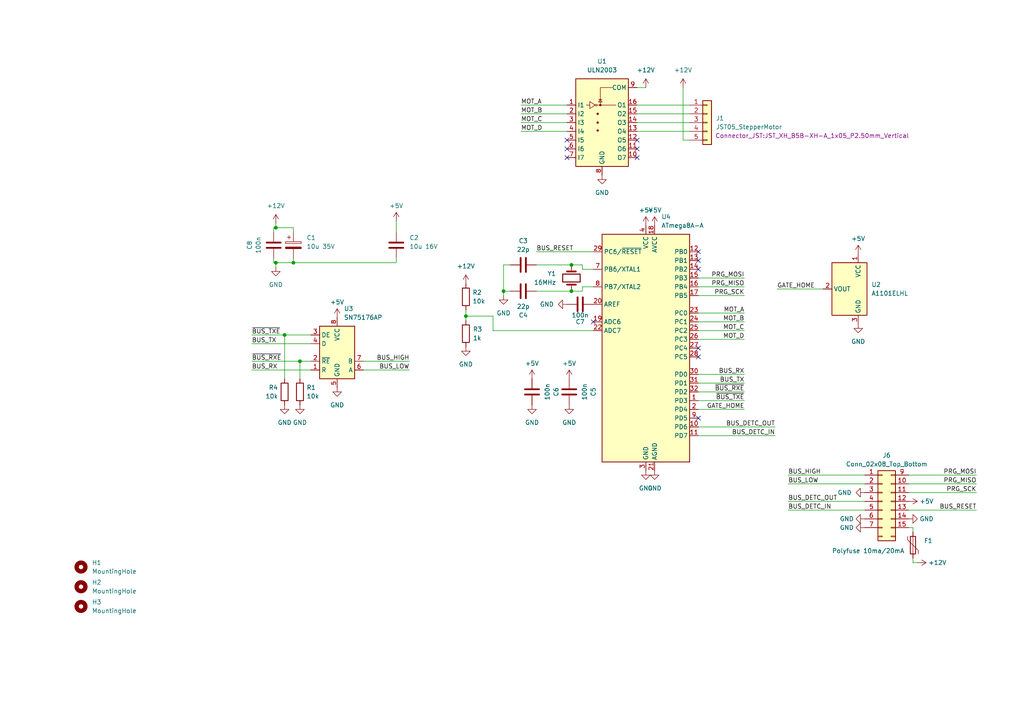
<source format=kicad_sch>
(kicad_sch (version 20231120) (generator "eeschema") (generator_version "8.0")
  (paper "A4")
  (lib_symbols
    (symbol "Connector_Generic:Conn_01x05" (pin_names (offset 1.016) hide)
      (property "Reference" "J" (at 0 7.62 0))
      (property "Value" "Conn_01x05" (at 0 -7.62 0))
      (symbol "Conn_01x05_1_1"
        (rectangle (start -1.27 -4.953) (end 0 -5.207) (stroke (width 0.1524)))
        (rectangle (start -1.27 -2.413) (end 0 -2.667) (stroke (width 0.1524)))
        (rectangle (start -1.27 0.127) (end 0 -0.127) (stroke (width 0.1524)))
        (rectangle (start -1.27 2.667) (end 0 2.413) (stroke (width 0.1524)))
        (rectangle (start -1.27 5.207) (end 0 4.953) (stroke (width 0.1524)))
        (rectangle (start -1.27 6.35) (end 1.27 -6.35) (stroke (width 0.254)) (fill (type background)))
        (pin passive line (at -5.08 5.08 0) (length 3.81) (name "Pin_1") (number "1"))
        (pin passive line (at -5.08 2.54 0) (length 3.81) (name "Pin_2") (number "2"))
        (pin passive line (at -5.08 0 0) (length 3.81) (name "Pin_3") (number "3"))
        (pin passive line (at -5.08 -2.54 0) (length 3.81) (name "Pin_4") (number "4"))
        (pin passive line (at -5.08 -5.08 0) (length 3.81) (name "Pin_5") (number "5"))
      )
    )
    (symbol "Connector_Generic:Conn_02x08_Top_Bottom" (pin_names (offset 1.016) hide)
      (property "Reference" "J6" (at 1.27 13.335 0))
      (property "Value" "Conn_02x08_Top_Bottom" (at 1.27 10.795 0))
      (symbol "Conn_02x08_Top_Bottom_1_1"
        (rectangle (start -1.27 -10.033) (end 0 -10.287) (stroke (width 0.1524)))
        (rectangle (start -1.27 -7.493) (end 0 -7.747) (stroke (width 0.1524)))
        (rectangle (start -1.27 -4.953) (end 0 -5.207) (stroke (width 0.1524)))
        (rectangle (start -1.27 -2.413) (end 0 -2.667) (stroke (width 0.1524)))
        (rectangle (start -1.27 0.127) (end 0 -0.127) (stroke (width 0.1524)))
        (rectangle (start -1.27 2.667) (end 0 2.413) (stroke (width 0.1524)))
        (rectangle (start -1.27 5.207) (end 0 4.953) (stroke (width 0.1524)))
        (rectangle (start -1.27 7.747) (end 0 7.493) (stroke (width 0.1524)))
        (rectangle (start -1.27 8.89) (end 3.81 -11.43) (stroke (width 0.254)) (fill (type background)))
        (rectangle (start 3.81 -10.033) (end 2.54 -10.287) (stroke (width 0.1524)))
        (rectangle (start 3.81 -7.493) (end 2.54 -7.747) (stroke (width 0.1524)))
        (rectangle (start 3.81 -4.953) (end 2.54 -5.207) (stroke (width 0.1524)))
        (rectangle (start 3.81 -2.413) (end 2.54 -2.667) (stroke (width 0.1524)))
        (rectangle (start 3.81 0.127) (end 2.54 -0.127) (stroke (width 0.1524)))
        (rectangle (start 3.81 2.667) (end 2.54 2.413) (stroke (width 0.1524)))
        (rectangle (start 3.81 5.207) (end 2.54 4.953) (stroke (width 0.1524)))
        (rectangle (start 3.81 7.747) (end 2.54 7.493) (stroke (width 0.1524)))
        (pin passive line (at -5.08 7.62 0) (length 3.81) (name "Pin_1") (number "1"))
        (pin passive line (at 7.62 5.08 180) (length 3.81) (name "Pin_10") (number "10"))
        (pin passive line (at 7.62 2.54 180) (length 3.81) (name "Pin_11") (number "11"))
        (pin passive line (at 7.62 0 180) (length 3.81) (name "Pin_12") (number "12"))
        (pin passive line (at 7.62 -2.54 180) (length 3.81) (name "Pin_13") (number "13"))
        (pin passive line (at 7.62 -5.08 180) (length 3.81) (name "Pin_14") (number "14"))
        (pin passive line (at 7.62 -7.62 180) (length 3.81) (name "Pin_15") (number "15"))
        (pin no_connect line (at 7.62 -10.16 180) (length 3.81) hide (name "Pin_16") (number "16"))
        (pin passive line (at -5.08 5.08 0) (length 3.81) (name "Pin_2") (number "2"))
        (pin passive line (at -5.08 2.54 0) (length 3.81) (name "Pin_3") (number "3"))
        (pin passive line (at -5.08 0 0) (length 3.81) (name "Pin_4") (number "4"))
        (pin passive line (at -5.08 -2.54 0) (length 3.81) (name "Pin_5") (number "5"))
        (pin passive line (at -5.08 -5.08 0) (length 3.81) (name "Pin_6") (number "6"))
        (pin passive line (at -5.08 -7.62 0) (length 3.81) (name "Pin_7") (number "7"))
        (pin no_connect line (at -5.08 -10.16 0) (length 3.81) hide (name "Pin_8") (number "8"))
        (pin passive line (at 7.62 7.62 180) (length 3.81) (name "Pin_9") (number "9"))
      )
    )
    (symbol "Device:C" (pin_numbers hide) (pin_names (offset 0.254))
      (property "Reference" "C" (at 0.635 2.54 0))
      (property "Value" "C" (at 0.635 -2.54 0))
      (symbol "C_0_1"
        (polyline (pts (xy -2.032 -0.762) (xy 2.032 -0.762)) (stroke (width 0.508)))
        (polyline (pts (xy -2.032 0.762) (xy 2.032 0.762)) (stroke (width 0.508)))
      )
      (symbol "C_1_1"
        (pin passive line (at 0 3.81 270) (length 2.794) (name "~") (number "1"))
        (pin passive line (at 0 -3.81 90) (length 2.794) (name "~") (number "2"))
      )
    )
    (symbol "Device:C_Polarized" (pin_numbers hide) (pin_names (offset 0.254))
      (property "Reference" "C" (at 0.635 2.54 0))
      (property "Value" "C_Polarized" (at 0.635 -2.54 0))
      (symbol "C_Polarized_0_1"
        (rectangle (start -2.286 0.508) (end 2.286 1.016))
        (polyline (pts (xy -1.778 2.286) (xy -0.762 2.286)))
        (polyline (pts (xy -1.27 2.794) (xy -1.27 1.778)))
        (rectangle (start 2.286 -0.508) (end -2.286 -1.016) (fill (type outline)))
      )
      (symbol "C_Polarized_1_1"
        (pin passive line (at 0 3.81 270) (length 2.794) (name "~") (number "1"))
        (pin passive line (at 0 -3.81 90) (length 2.794) (name "~") (number "2"))
      )
    )
    (symbol "Device:Crystal" (pin_numbers hide) (pin_names (offset 1.016) hide)
      (property "Reference" "Y" (at 0 3.81 0))
      (property "Value" "Crystal" (at 0 -3.81 0))
      (symbol "Crystal_0_1"
        (rectangle (start -1.143 2.54) (end 1.143 -2.54) (stroke (width 0.3048)))
        (polyline (pts (xy -2.54 0) (xy -1.905 0)))
        (polyline (pts (xy -1.905 -1.27) (xy -1.905 1.27)) (stroke (width 0.508)))
        (polyline (pts (xy 1.905 -1.27) (xy 1.905 1.27)) (stroke (width 0.508)))
        (polyline (pts (xy 2.54 0) (xy 1.905 0)))
      )
      (symbol "Crystal_1_1"
        (pin passive line (at -3.81 0 0) (length 1.27) (name "1") (number "1"))
        (pin passive line (at 3.81 0 180) (length 1.27) (name "2") (number "2"))
      )
    )
    (symbol "Device:Polyfuse" (pin_numbers hide) (pin_names (offset 0))
      (property "Reference" "F" (at -2.54 0 90))
      (property "Value" "Polyfuse" (at 2.54 0 90))
      (symbol "Polyfuse_0_1"
        (rectangle (start -0.762 2.54) (end 0.762 -2.54) (stroke (width 0.254)))
        (polyline (pts (xy 0 2.54) (xy 0 -2.54)))
        (polyline (pts (xy -1.524 2.54) (xy -1.524 1.524) (xy 1.524 -1.524) (xy 1.524 -2.54)))
      )
      (symbol "Polyfuse_1_1"
        (pin passive line (at 0 3.81 270) (length 1.27) (name "~") (number "1"))
        (pin passive line (at 0 -3.81 90) (length 1.27) (name "~") (number "2"))
      )
    )
    (symbol "Device:R" (pin_numbers hide) (pin_names (offset 0))
      (property "Reference" "R" (at 2.032 0 90))
      (property "Value" "R" (at 0 0 90))
      (symbol "R_0_1"
        (rectangle (start -1.016 -2.54) (end 1.016 2.54) (stroke (width 0.254)))
      )
      (symbol "R_1_1"
        (pin passive line (at 0 3.81 270) (length 1.27) (name "~") (number "1"))
        (pin passive line (at 0 -3.81 90) (length 1.27) (name "~") (number "2"))
      )
    )
    (symbol "Interface_UART:SN75176AP"
      (property "Reference" "U" (at -4.318 8.89 0))
      (property "Value" "SN75176AP" (at 1.016 8.89 0))
      (symbol "SN75176AP_0_1"
        (rectangle (start -5.08 7.62) (end 5.08 -7.62) (stroke (width 0.254)) (fill (type background)))
      )
      (symbol "SN75176AP_1_1"
        (pin output line (at -7.62 -5.08 0) (length 2.54) (name "R") (number "1"))
        (pin input line (at -7.62 -2.54 0) (length 2.54) (name "~{RE}") (number "2"))
        (pin input line (at -7.62 5.08 0) (length 2.54) (name "DE") (number "3"))
        (pin input line (at -7.62 2.54 0) (length 2.54) (name "D") (number "4"))
        (pin power_in line (at 0 -10.16 90) (length 2.54) (name "GND") (number "5"))
        (pin bidirectional line (at 7.62 -5.08 180) (length 2.54) (name "A") (number "6"))
        (pin bidirectional line (at 7.62 -2.54 180) (length 2.54) (name "B") (number "7"))
        (pin power_in line (at 0 10.16 270) (length 2.54) (name "VCC") (number "8"))
      )
    )
    (symbol "MCU_Microchip_ATmega:ATmega8A-A"
      (property "Reference" "U" (at -12.7 34.29 0))
      (property "Value" "ATmega8A-A" (at 5.08 -34.29 0))
      (symbol "ATmega8A-A_0_1"
        (rectangle (start -12.7 -33.02) (end 12.7 33.02) (stroke (width 0.254)) (fill (type background)))
      )
      (symbol "ATmega8A-A_1_1"
        (pin bidirectional line (at 15.24 -15.24 180) (length 2.54) (name "PD3") (number "1"))
        (pin bidirectional line (at 15.24 -22.86 180) (length 2.54) (name "PD6") (number "10"))
        (pin bidirectional line (at 15.24 -25.4 180) (length 2.54) (name "PD7") (number "11"))
        (pin bidirectional line (at 15.24 27.94 180) (length 2.54) (name "PB0") (number "12"))
        (pin bidirectional line (at 15.24 25.4 180) (length 2.54) (name "PB1") (number "13"))
        (pin bidirectional line (at 15.24 22.86 180) (length 2.54) (name "PB2") (number "14"))
        (pin bidirectional line (at 15.24 20.32 180) (length 2.54) (name "PB3") (number "15"))
        (pin bidirectional line (at 15.24 17.78 180) (length 2.54) (name "PB4") (number "16"))
        (pin bidirectional line (at 15.24 15.24 180) (length 2.54) (name "PB5") (number "17"))
        (pin power_in line (at 2.54 35.56 270) (length 2.54) (name "AVCC") (number "18"))
        (pin input line (at -15.24 7.62 0) (length 2.54) (name "ADC6") (number "19"))
        (pin bidirectional line (at 15.24 -17.78 180) (length 2.54) (name "PD4") (number "2"))
        (pin passive line (at -15.24 12.7 0) (length 2.54) (name "AREF") (number "20"))
        (pin power_in line (at 2.54 -35.56 90) (length 2.54) (name "AGND") (number "21"))
        (pin input line (at -15.24 5.08 0) (length 2.54) (name "ADC7") (number "22"))
        (pin bidirectional line (at 15.24 10.16 180) (length 2.54) (name "PC0") (number "23"))
        (pin bidirectional line (at 15.24 7.62 180) (length 2.54) (name "PC1") (number "24"))
        (pin bidirectional line (at 15.24 5.08 180) (length 2.54) (name "PC2") (number "25"))
        (pin bidirectional line (at 15.24 2.54 180) (length 2.54) (name "PC3") (number "26"))
        (pin bidirectional line (at 15.24 0 180) (length 2.54) (name "PC4") (number "27"))
        (pin bidirectional line (at 15.24 -2.54 180) (length 2.54) (name "PC5") (number "28"))
        (pin bidirectional line (at -15.24 27.94 0) (length 2.54) (name "PC6/~{RESET}") (number "29"))
        (pin power_in line (at 0 -35.56 90) (length 2.54) (name "GND") (number "3"))
        (pin bidirectional line (at 15.24 -7.62 180) (length 2.54) (name "PD0") (number "30"))
        (pin bidirectional line (at 15.24 -10.16 180) (length 2.54) (name "PD1") (number "31"))
        (pin bidirectional line (at 15.24 -12.7 180) (length 2.54) (name "PD2") (number "32"))
        (pin power_in line (at 0 35.56 270) (length 2.54) (name "VCC") (number "4"))
        (pin passive line (at 0 -35.56 90) (length 2.54) hide (name "GND") (number "5"))
        (pin passive line (at 0 35.56 270) (length 2.54) hide (name "VCC") (number "6"))
        (pin bidirectional line (at -15.24 22.86 0) (length 2.54) (name "PB6/XTAL1") (number "7"))
        (pin bidirectional line (at -15.24 17.78 0) (length 2.54) (name "PB7/XTAL2") (number "8"))
        (pin bidirectional line (at 15.24 -20.32 180) (length 2.54) (name "PD5") (number "9"))
      )
    )
    (symbol "Mechanical:MountingHole" (pin_names (offset 1.016))
      (property "Reference" "H" (at 0 5.08 0))
      (property "Value" "MountingHole" (at 0 3.175 0))
      (symbol "MountingHole_0_1"
        (circle (center 0 0) (radius 1.27) (stroke (width 1.27)))
      )
    )
    (symbol "Sensor_Magnetic:A1101ELHL"
      (property "Reference" "U" (at 0 11.43 0))
      (property "Value" "A1101ELHL" (at 0 8.89 0))
      (symbol "A1101ELHL_0_1"
        (rectangle (start -5.08 7.62) (end 5.08 -7.62) (stroke (width 0.254)) (fill (type background)))
      )
      (symbol "A1101ELHL_1_1"
        (pin power_in line (at -2.54 10.16 270) (length 2.54) (name "VCC") (number "1"))
        (pin open_collector line (at 7.62 0 180) (length 2.54) (name "VOUT") (number "2"))
        (pin power_in line (at -2.54 -10.16 90) (length 2.54) (name "GND") (number "3"))
      )
    )
    (symbol "Transistor_Array:ULN2003"
      (property "Reference" "U" (at 0 15.875 0))
      (property "Value" "ULN2003" (at 0 13.97 0))
      (symbol "ULN2003_0_1"
        (rectangle (start -7.62 -12.7) (end 7.62 12.7) (stroke (width 0.254)) (fill (type background)))
        (circle (center -1.778 5.08) (radius 0.254))
        (circle (center -1.27 -2.286) (radius 0.254) (fill (type outline)))
        (circle (center -1.27 0) (radius 0.254) (fill (type outline)))
        (circle (center -1.27 2.54) (radius 0.254) (fill (type outline)))
        (circle (center -0.508 5.08) (radius 0.254) (fill (type outline)))
        (polyline (pts (xy -4.572 5.08) (xy -3.556 5.08)))
        (polyline (pts (xy -1.524 5.08) (xy 4.064 5.08)))
        (polyline (pts (xy 0 6.731) (xy -1.016 6.731)))
        (polyline (pts (xy -0.508 5.08) (xy -0.508 10.16) (xy 2.921 10.16)))
        (polyline (pts (xy -3.556 6.096) (xy -3.556 4.064) (xy -2.032 5.08) (xy -3.556 6.096)))
        (polyline (pts (xy 0 5.969) (xy -1.016 5.969) (xy -0.508 6.731) (xy 0 5.969)))
      )
      (symbol "ULN2003_1_1"
        (pin input line (at -10.16 5.08 0) (length 2.54) (name "I1") (number "1"))
        (pin open_collector line (at 10.16 -10.16 180) (length 2.54) (name "O7") (number "10"))
        (pin open_collector line (at 10.16 -7.62 180) (length 2.54) (name "O6") (number "11"))
        (pin open_collector line (at 10.16 -5.08 180) (length 2.54) (name "O5") (number "12"))
        (pin open_collector line (at 10.16 -2.54 180) (length 2.54) (name "O4") (number "13"))
        (pin open_collector line (at 10.16 0 180) (length 2.54) (name "O3") (number "14"))
        (pin open_collector line (at 10.16 2.54 180) (length 2.54) (name "O2") (number "15"))
        (pin open_collector line (at 10.16 5.08 180) (length 2.54) (name "O1") (number "16"))
        (pin input line (at -10.16 2.54 0) (length 2.54) (name "I2") (number "2"))
        (pin input line (at -10.16 0 0) (length 2.54) (name "I3") (number "3"))
        (pin input line (at -10.16 -2.54 0) (length 2.54) (name "I4") (number "4"))
        (pin input line (at -10.16 -5.08 0) (length 2.54) (name "I5") (number "5"))
        (pin input line (at -10.16 -7.62 0) (length 2.54) (name "I6") (number "6"))
        (pin input line (at -10.16 -10.16 0) (length 2.54) (name "I7") (number "7"))
        (pin power_in line (at 0 -15.24 90) (length 2.54) (name "GND") (number "8"))
        (pin passive line (at 10.16 10.16 180) (length 2.54) (name "COM") (number "9"))
      )
    )
    (symbol "power:+12V" (power) (pin_names (offset 0))
      (property "Value" "+12V" (at 0 3.556 0))
      (symbol "+12V_0_1"
        (polyline (pts (xy -0.762 1.27) (xy 0 2.54)))
        (polyline (pts (xy 0 0) (xy 0 2.54)))
        (polyline (pts (xy 0 2.54) (xy 0.762 1.27)))
      )
      (symbol "+12V_1_1"
        (pin power_in line (at 0 0 90) (length 0) hide (name "+12V") (number "1"))
      )
    )
    (symbol "power:+5V" (power) (pin_names (offset 0))
      (property "Value" "+5V" (at 0 3.556 0))
      (symbol "+5V_0_1"
        (polyline (pts (xy -0.762 1.27) (xy 0 2.54)))
        (polyline (pts (xy 0 0) (xy 0 2.54)))
        (polyline (pts (xy 0 2.54) (xy 0.762 1.27)))
      )
      (symbol "+5V_1_1"
        (pin power_in line (at 0 0 90) (length 0) hide (name "+5V") (number "1"))
      )
    )
    (symbol "power:GND" (power) (pin_names (offset 0))
      (property "Value" "GND" (at 0 -3.81 0))
      (symbol "GND_0_1"
        (polyline (pts (xy 0 0) (xy 0 -1.27) (xy 1.27 -1.27) (xy 0 -2.54) (xy -1.27 -1.27) (xy 0 -1.27)))
      )
      (symbol "GND_1_1"
        (pin power_in line (at 0 0 270) (length 0) hide (name "GND") (number "1"))
      )
    )
  )
  (junction (at 82.55 97.155))
  (junction (at 146.05 84.455))
  (junction (at 165.735 84.455))
  (junction (at 80.01 76.2))
  (junction (at 165.735 76.835))
  (junction (at 86.995 104.775))
  (junction (at 135.128 91.694))
  (junction (at 85.09 76.2))
  (junction (at 80.01 66.04))
  (no_connect (at 172.085 93.345))
  (no_connect (at 202.565 73.025))
  (no_connect (at 184.785 40.64))
  (no_connect (at 202.565 78.105))
  (no_connect (at 184.785 43.18))
  (no_connect (at 202.565 121.285))
  (no_connect (at 202.565 103.505))
  (no_connect (at 202.565 100.965))
  (no_connect (at 164.465 45.72))
  (no_connect (at 164.465 43.18))
  (no_connect (at 164.465 40.64))
  (no_connect (at 184.785 45.72))
  (no_connect (at 202.565 75.565))
  (wire (pts (xy 73.025 104.775) (xy 86.995 104.775)))
  (wire (pts (xy 202.565 98.425) (xy 215.9 98.425)))
  (wire (pts (xy 202.565 83.185) (xy 215.9 83.185)))
  (wire (pts (xy 202.565 80.645) (xy 215.9 80.645)))
  (wire (pts (xy 250.825 147.955) (xy 228.6 147.955)))
  (wire (pts (xy 202.565 126.365) (xy 224.79 126.365)))
  (wire (pts (xy 168.91 78.105) (xy 172.085 78.105)))
  (wire (pts (xy 82.55 109.855) (xy 82.55 97.155)))
  (wire (pts (xy 79.375 76.2) (xy 80.01 76.2)))
  (wire (pts (xy 155.575 76.835) (xy 165.735 76.835)))
  (wire (pts (xy 79.375 74.93) (xy 79.375 76.2)))
  (wire (pts (xy 155.575 73.025) (xy 172.085 73.025)))
  (wire (pts (xy 168.91 84.455) (xy 168.91 83.185)))
  (wire (pts (xy 264.795 163.195) (xy 266.065 163.195)))
  (wire (pts (xy 79.375 67.31) (xy 79.375 66.04)))
  (wire (pts (xy 202.565 85.725) (xy 215.9 85.725)))
  (wire (pts (xy 164.465 35.56) (xy 151.13 35.56)))
  (wire (pts (xy 264.795 153.035) (xy 264.795 154.305)))
  (wire (pts (xy 85.09 76.2) (xy 114.935 76.2)))
  (wire (pts (xy 86.995 104.775) (xy 86.995 109.855)))
  (wire (pts (xy 168.91 83.185) (xy 172.085 83.185)))
  (wire (pts (xy 105.41 104.775) (xy 118.745 104.775)))
  (wire (pts (xy 90.17 107.315) (xy 73.025 107.315)))
  (wire (pts (xy 263.525 153.035) (xy 264.795 153.035)))
  (wire (pts (xy 85.09 74.93) (xy 85.09 76.2)))
  (wire (pts (xy 164.465 33.02) (xy 151.13 33.02)))
  (wire (pts (xy 263.525 147.955) (xy 283.21 147.955)))
  (wire (pts (xy 198.12 40.64) (xy 200.025 40.64)))
  (wire (pts (xy 135.128 92.964) (xy 135.128 91.694)))
  (wire (pts (xy 228.6 140.335) (xy 250.825 140.335)))
  (wire (pts (xy 79.375 66.04) (xy 80.01 66.04)))
  (wire (pts (xy 114.935 64.135) (xy 114.935 67.31)))
  (wire (pts (xy 263.525 140.335) (xy 283.21 140.335)))
  (wire (pts (xy 184.785 38.1) (xy 200.025 38.1)))
  (wire (pts (xy 264.795 161.925) (xy 264.795 163.195)))
  (wire (pts (xy 184.785 25.4) (xy 187.325 25.4)))
  (wire (pts (xy 135.128 91.694) (xy 135.128 89.916)))
  (wire (pts (xy 165.735 76.835) (xy 168.91 76.835)))
  (wire (pts (xy 85.09 66.04) (xy 80.01 66.04)))
  (wire (pts (xy 155.575 84.455) (xy 165.735 84.455)))
  (wire (pts (xy 147.955 76.835) (xy 146.05 76.835)))
  (wire (pts (xy 73.025 97.155) (xy 82.55 97.155)))
  (wire (pts (xy 202.565 93.345) (xy 215.9 93.345)))
  (wire (pts (xy 146.05 76.835) (xy 146.05 84.455)))
  (wire (pts (xy 202.565 108.585) (xy 215.9 108.585)))
  (wire (pts (xy 164.465 38.1) (xy 151.13 38.1)))
  (wire (pts (xy 80.01 76.2) (xy 80.01 77.47)))
  (wire (pts (xy 250.825 145.415) (xy 228.6 145.415)))
  (wire (pts (xy 85.09 76.2) (xy 80.01 76.2)))
  (wire (pts (xy 184.785 33.02) (xy 200.025 33.02)))
  (wire (pts (xy 143.002 91.694) (xy 143.002 95.885)))
  (wire (pts (xy 202.565 95.885) (xy 215.9 95.885)))
  (wire (pts (xy 263.525 137.795) (xy 283.21 137.795)))
  (wire (pts (xy 85.09 67.31) (xy 85.09 66.04)))
  (wire (pts (xy 202.565 111.125) (xy 215.9 111.125)))
  (wire (pts (xy 263.525 142.875) (xy 283.21 142.875)))
  (wire (pts (xy 135.128 91.694) (xy 143.002 91.694)))
  (wire (pts (xy 90.17 99.695) (xy 73.025 99.695)))
  (wire (pts (xy 105.41 107.315) (xy 118.745 107.315)))
  (wire (pts (xy 164.465 30.48) (xy 151.13 30.48)))
  (wire (pts (xy 114.935 74.93) (xy 114.935 76.2)))
  (wire (pts (xy 202.565 116.205) (xy 215.9 116.205)))
  (wire (pts (xy 146.05 84.455) (xy 146.05 85.725)))
  (wire (pts (xy 202.565 90.805) (xy 215.9 90.805)))
  (wire (pts (xy 198.12 25.4) (xy 198.12 40.64)))
  (wire (pts (xy 168.91 76.835) (xy 168.91 78.105)))
  (wire (pts (xy 90.17 104.775) (xy 86.995 104.775)))
  (wire (pts (xy 80.01 64.77) (xy 80.01 66.04)))
  (wire (pts (xy 165.735 84.455) (xy 168.91 84.455)))
  (wire (pts (xy 202.565 123.825) (xy 224.79 123.825)))
  (wire (pts (xy 172.085 95.885) (xy 143.002 95.885)))
  (wire (pts (xy 82.55 97.155) (xy 90.17 97.155)))
  (wire (pts (xy 250.825 137.795) (xy 228.6 137.795)))
  (wire (pts (xy 202.565 113.665) (xy 215.9 113.665)))
  (wire (pts (xy 184.785 30.48) (xy 200.025 30.48)))
  (wire (pts (xy 184.785 35.56) (xy 200.025 35.56)))
  (wire (pts (xy 147.955 84.455) (xy 146.05 84.455)))
  (wire (pts (xy 238.76 83.82) (xy 225.425 83.82)))
  (wire (pts (xy 202.565 118.745) (xy 215.9 118.745)))
  (label "BUS_TX" (at 73.025 99.695 0))
  (label "MOT_A" (at 151.13 30.48 0))
  (label "MOT_C" (at 215.9 95.885 180))
  (label "BUS_RESET" (at 283.21 147.955 180))
  (label "BUS_RX" (at 215.9 108.585 180))
  (label "GATE_HOME" (at 215.9 118.745 180))
  (label "MOT_C" (at 151.13 35.56 0))
  (label "MOT_D" (at 151.13 38.1 0))
  (label "MOT_A" (at 215.9 90.805 180))
  (label "BUS_RX" (at 73.025 107.315 0))
  (label "BUS_DETC_OUT" (at 228.6 145.415 0))
  (label "PRG_SCK" (at 215.9 85.725 180))
  (label "BUS_HIGH" (at 118.745 104.775 180))
  (label "MOT_D" (at 215.9 98.425 180))
  (label "PRG_MISO" (at 215.9 83.185 180))
  (label "BUS_HIGH" (at 228.6 137.795 0))
  (label "BUS_DETC_IN" (at 224.79 126.365 180))
  (label "MOT_B" (at 151.13 33.02 0))
  (label "GATE_HOME" (at 225.425 83.82 0))
  (label "PRG_MISO" (at 283.21 140.335 180))
  (label "BUS_RESET" (at 155.575 73.025 0))
  (label "MOT_B" (at 215.9 93.345 180))
  (label "~{BUS_TXE}" (at 215.9 116.205 180))
  (label "PRG_MOSI" (at 283.21 137.795 180))
  (label "~{BUS_TXE}" (at 73.025 97.155 0))
  (label "~{BUS_RXE}" (at 215.9 113.665 180))
  (label "BUS_LOW" (at 118.745 107.315 180))
  (label "~{BUS_RXE}" (at 73.025 104.775 0))
  (label "BUS_LOW" (at 228.6 140.335 0))
  (label "BUS_DETC_OUT" (at 224.79 123.825 180))
  (label "PRG_MOSI" (at 215.9 80.645 180))
  (label "BUS_DETC_IN" (at 228.6 147.955 0))
  (label "BUS_TX" (at 215.9 111.125 180))
  (label "PRG_SCK" (at 283.21 142.875 180))
  (symbol (lib_id "power:+5V") (at 189.865 65.405 0) (unit 1)
    (property "Reference" "#PWR07" (effects (hide yes)))
    (property "Value" "+5V" (at 189.865 60.96 0))
  )
  (symbol (lib_id "power:+5V") (at 114.935 64.135 0) (unit 1)
    (property "Reference" "#PWR08" (effects (hide yes)))
    (property "Value" "+5V" (at 114.935 59.69 0))
  )
  (symbol (lib_id "power:+12V") (at 135.128 82.296 0) (mirror y) (unit 1)
    (property "Reference" "#PWR028" (effects (hide yes)))
    (property "Value" "+12V" (at 135.128 77.216 0))
  )
  (symbol (lib_id "Device:Polyfuse") (at 264.795 158.115 0) (unit 1)
    (property "Reference" "F1" (at 267.97 156.845 0) (effects (justify left)))
    (property "Value" "Polyfuse 10ma/20mA" (at 241.3 159.766 0) (effects (justify left)))
    (property "Footprint" "Capacitor_THT:C_Disc_D7.5mm_W2.5mm_P5.00mm" (effects (hide yes)))
  )
  (symbol (lib_id "Device:C") (at 165.1 113.665 0) (mirror x) (unit 1)
    (property "Reference" "C5" (at 172.085 113.665 90))
    (property "Value" "100n" (at 169.545 113.665 90))
    (property "Footprint" "Capacitor_SMD:C_0805_2012Metric" (effects (hide yes)))
  )
  (symbol (lib_id "Sensor_Magnetic:A1101ELHL") (at 246.38 83.82 0) (mirror y) (unit 1)
    (property "Reference" "U2" (at 252.73 82.55 0) (effects (justify right)))
    (property "Value" "A1101ELHL" (at 252.73 85.09 0) (effects (justify right)))
    (property "Footprint" "Package_TO_SOT_SMD:SOT-23W" (effects (hide yes)))
    (property "Datasheet" "https://www.allegromicro.com/-/media/files/datasheets/a110x-datasheet.ashx" (effects (hide yes)))
  )
  (symbol (lib_id "Device:C_Polarized") (at 85.09 71.12 0) (unit 1)
    (property "Reference" "C1" (at 88.9 68.961 0) (effects (justify left)))
    (property "Value" "10u 35V" (at 88.9 71.501 0) (effects (justify left)))
    (property "Footprint" "Capacitor_THT:CP_Radial_D6.3mm_P2.50mm" (effects (hide yes)))
  )
  (symbol (lib_id "Connector_Generic:Conn_01x05") (at 205.105 35.56 0) (unit 1)
    (property "Reference" "J1" (at 207.645 34.29 0) (effects (justify left)))
    (property "Value" "JST05_StepperMotor" (at 207.645 36.83 0) (effects (justify left)))
    (property "Footprint" "Connector_JST:JST_XH_B5B-XH-A_1x05_P2.50mm_Vertical" (at 235.585 39.37 0))
  )
  (symbol (lib_id "power:+5V") (at 263.525 145.415 270) (unit 1)
    (property "Reference" "#PWR019" (effects (hide yes)))
    (property "Value" "+5V" (at 266.7 145.415 90) (effects (justify left)))
  )
  (symbol (lib_id "Device:R") (at 135.128 86.106 0) (unit 1)
    (property "Reference" "R2" (at 137.033 84.836 0) (effects (justify left)))
    (property "Value" "10k" (at 137.033 87.376 0) (effects (justify left)))
    (property "Footprint" "Resistor_SMD:R_0805_2012Metric" (effects (hide yes)))
  )
  (symbol (lib_id "power:GND") (at 154.305 117.475 0) (mirror y) (unit 1)
    (property "Reference" "#PWR027" (effects (hide yes)))
    (property "Value" "GND" (at 154.305 122.555 0))
  )
  (symbol (lib_id "power:+12V") (at 187.325 25.4 0) (unit 1)
    (property "Reference" "#PWR02" (effects (hide yes)))
    (property "Value" "+12V" (at 187.325 20.32 0))
  )
  (symbol (lib_id "power:GND") (at 263.525 150.495 90) (unit 1)
    (property "Reference" "#PWR022" (effects (hide yes)))
    (property "Value" "GND" (at 266.7 150.495 90) (effects (justify right)))
  )
  (symbol (lib_id "power:GND") (at 97.79 112.395 0) (mirror y) (unit 1)
    (property "Reference" "#PWR010" (effects (hide yes)))
    (property "Value" "GND" (at 97.79 117.475 0))
  )
  (symbol (lib_id "power:+12V") (at 198.12 25.4 0) (unit 1)
    (property "Reference" "#PWR01" (effects (hide yes)))
    (property "Value" "+12V" (at 198.12 20.32 0))
  )
  (symbol (lib_id "power:+5V") (at 97.79 92.075 0) (unit 1)
    (property "Reference" "#PWR09" (effects (hide yes)))
    (property "Value" "+5V" (at 97.79 87.63 0))
  )
  (symbol (lib_id "power:GND") (at 250.825 142.875 270) (unit 1)
    (property "Reference" "#PWR023" (effects (hide yes)))
    (property "Value" "GND" (at 247.015 142.875 90) (effects (justify right)))
  )
  (symbol (lib_id "power:GND") (at 80.01 77.47 0) (mirror y) (unit 1)
    (property "Reference" "#PWR05" (effects (hide yes)))
    (property "Value" "GND" (at 80.01 82.55 0))
  )
  (symbol (lib_id "power:GND") (at 164.465 88.265 270) (mirror x) (unit 1)
    (property "Reference" "#PWR014" (effects (hide yes)))
    (property "Value" "GND" (at 160.655 88.2649 90) (effects (justify right)))
  )
  (symbol (lib_id "Device:R") (at 135.128 96.774 0) (unit 1)
    (property "Reference" "R3" (at 137.16 95.5039 0) (effects (justify left)))
    (property "Value" "1k" (at 137.16 98.0439 0) (effects (justify left)))
    (property "Footprint" "Resistor_SMD:R_0805_2012Metric" (effects (hide yes)))
  )
  (symbol (lib_id "Connector_Generic:Conn_02x08_Top_Bottom") (at 255.905 145.415 0) (unit 1)
    (property "Reference" "J6" (at 257.175 132.08 0))
    (property "Value" "Conn_02x08_Top_Bottom" (at 257.175 134.62 0))
    (property "Footprint" "Dennis:Card Edge 16 power" (effects (hide yes)))
  )
  (symbol (lib_id "Device:C") (at 114.935 71.12 0) (unit 1)
    (property "Reference" "C2" (at 118.745 68.961 0) (effects (justify left)))
    (property "Value" "10u 16V" (at 118.745 71.501 0) (effects (justify left)))
    (property "Footprint" "Capacitor_SMD:C_1206_3216Metric" (effects (hide yes)))
    (property "Description" "Unpolarized capacitor" (effects (hide yes)))
  )
  (symbol (lib_id "Device:R") (at 82.55 113.665 0) (mirror y) (unit 1)
    (property "Reference" "R4" (at 80.645 112.395 0) (effects (justify left)))
    (property "Value" "10k" (at 80.645 114.935 0) (effects (justify left)))
    (property "Footprint" "Resistor_SMD:R_0805_2012Metric" (effects (hide yes)))
  )
  (symbol (lib_id "Mechanical:MountingHole") (at 23.495 175.895 0) (unit 1)
    (property "Reference" "H3" (at 26.67 174.625 0) (effects (justify left)))
    (property "Value" "MountingHole" (at 26.67 177.165 0) (effects (justify left)))
    (property "Footprint" "MountingHole:MountingHole_3.2mm_M3" (effects (hide yes)))
  )
  (symbol (lib_id "MCU_Microchip_ATmega:ATmega8A-A") (at 187.325 100.965 0) (unit 1)
    (property "Reference" "U4" (at 191.8209 62.865 0) (effects (justify left)))
    (property "Value" "ATmega8A-A" (at 191.8209 65.405 0) (effects (justify left)))
    (property "Footprint" "Package_QFP:TQFP-32_7x7mm_P0.8mm" (effects (hide yes)))
    (property "Datasheet" "http://ww1.microchip.com/downloads/en/DeviceDoc/Microchip%208bit%20mcu%20AVR%20ATmega8A%20data%20sheet%2040001974A.pdf" (effects (hide yes)))
  )
  (symbol (lib_id "Device:C") (at 151.765 76.835 90) (unit 1)
    (property "Reference" "C3" (at 151.765 69.85 90))
    (property "Value" "22p" (at 151.765 72.39 90))
    (property "Footprint" "Capacitor_SMD:C_0805_2012Metric" (effects (hide yes)))
  )
  (symbol (lib_id "power:+12V") (at 80.01 64.77 0) (mirror y) (unit 1)
    (property "Reference" "#PWR04" (effects (hide yes)))
    (property "Value" "+12V" (at 80.01 59.69 0))
  )
  (symbol (lib_id "Device:C") (at 151.765 84.455 90) (mirror x) (unit 1)
    (property "Reference" "C4" (at 151.765 91.44 90))
    (property "Value" "22p" (at 151.765 88.9 90))
    (property "Footprint" "Capacitor_SMD:C_0805_2012Metric" (effects (hide yes)))
  )
  (symbol (lib_id "power:GND") (at 248.92 93.98 0) (unit 1)
    (property "Reference" "#PWR012" (effects (hide yes)))
    (property "Value" "GND" (at 248.92 99.06 0))
  )
  (symbol (lib_id "power:GND") (at 82.55 117.475 0) (mirror y) (unit 1)
    (property "Reference" "#PWR030" (effects (hide yes)))
    (property "Value" "GND" (at 82.55 122.555 0))
  )
  (symbol (lib_id "Device:Crystal") (at 165.735 80.645 270) (unit 1)
    (property "Reference" "Y1" (at 161.29 79.375 90) (effects (justify right)))
    (property "Value" "16MHz" (at 161.29 81.915 90) (effects (justify right)))
    (property "Footprint" "Crystal:Crystal_HC49-U_Vertical" (effects (hide yes)))
  )
  (symbol (lib_id "power:+12V") (at 266.065 163.195 270) (unit 1)
    (property "Reference" "#PWR020" (effects (hide yes)))
    (property "Value" "+12V" (at 269.24 163.195 90) (effects (justify left)))
  )
  (symbol (lib_id "power:+5V") (at 248.92 73.66 0) (unit 1)
    (property "Reference" "#PWR011" (effects (hide yes)))
    (property "Value" "+5V" (at 248.92 69.215 0))
  )
  (symbol (lib_id "power:GND") (at 135.128 100.584 0) (mirror y) (unit 1)
    (property "Reference" "#PWR029" (effects (hide yes)))
    (property "Value" "GND" (at 135.128 105.664 0))
  )
  (symbol (lib_id "power:GND") (at 187.325 136.525 0) (mirror y) (unit 1)
    (property "Reference" "#PWR06" (effects (hide yes)))
    (property "Value" "GND" (at 187.325 141.605 0))
  )
  (symbol (lib_id "Device:C") (at 168.275 88.265 90) (mirror x) (unit 1)
    (property "Reference" "C7" (at 168.275 93.345 90))
    (property "Value" "100n" (at 168.275 91.44 90))
    (property "Footprint" "Capacitor_SMD:C_0805_2012Metric" (effects (hide yes)))
  )
  (symbol (lib_id "Device:C") (at 79.375 71.12 0) (mirror y) (unit 1)
    (property "Reference" "C8" (at 72.39 71.12 90))
    (property "Value" "100n" (at 74.93 71.12 90))
    (property "Footprint" "Capacitor_SMD:C_0805_2012Metric" (effects (hide yes)))
  )
  (symbol (lib_id "power:GND") (at 86.995 117.475 0) (mirror y) (unit 1)
    (property "Reference" "#PWR025" (effects (hide yes)))
    (property "Value" "GND" (at 86.995 122.555 0))
  )
  (symbol (lib_id "Transistor_Array:ULN2003") (at 174.625 35.56 0) (unit 1)
    (property "Reference" "U1" (at 174.625 17.78 0))
    (property "Value" "ULN2003" (at 174.625 20.32 0))
    (property "Footprint" "Package_DIP:DIP-16_W7.62mm" (effects (hide yes)))
    (property "Datasheet" "http://www.ti.com/lit/ds/symlink/uln2003a.pdf" (effects (hide yes)))
  )
  (symbol (lib_id "Interface_UART:SN75176AP") (at 97.79 102.235 0) (unit 1)
    (property "Reference" "U3" (at 99.7459 89.535 0) (effects (justify left)))
    (property "Value" "SN75176AP" (at 99.7459 92.075 0) (effects (justify left)))
    (property "Footprint" "Package_DIP:DIP-8_W7.62mm" (effects (hide yes)))
    (property "Datasheet" "http://www.ti.com/lit/ds/symlink/sn75176a.pdf" (effects (hide yes)))
  )
  (symbol (lib_id "Device:R") (at 86.995 113.665 0) (unit 1)
    (property "Reference" "R1" (at 88.9 112.395 0) (effects (justify left)))
    (property "Value" "10k" (at 88.9 114.935 0) (effects (justify left)))
    (property "Footprint" "Resistor_SMD:R_0805_2012Metric" (effects (hide yes)))
  )
  (symbol (lib_id "Mechanical:MountingHole") (at 23.495 164.465 0) (unit 1)
    (property "Reference" "H1" (at 26.67 163.195 0) (effects (justify left)))
    (property "Value" "MountingHole" (at 26.67 165.735 0) (effects (justify left)))
    (property "Footprint" "MountingHole:MountingHole_3.2mm_M3" (effects (hide yes)))
  )
  (symbol (lib_id "Device:C") (at 154.305 113.665 0) (mirror x) (unit 1)
    (property "Reference" "C6" (at 161.29 113.665 90))
    (property "Value" "100n" (at 158.75 113.665 90))
    (property "Footprint" "Capacitor_SMD:C_0805_2012Metric" (effects (hide yes)))
  )
  (symbol (lib_id "power:+5V") (at 187.325 65.405 0) (unit 1)
    (property "Reference" "#PWR024" (effects (hide yes)))
    (property "Value" "+5V" (at 187.325 60.96 0))
  )
  (symbol (lib_id "power:GND") (at 189.865 136.525 0) (mirror y) (unit 1)
    (property "Reference" "#PWR013" (effects (hide yes)))
    (property "Value" "GND" (at 189.865 141.605 0))
  )
  (symbol (lib_id "power:GND") (at 250.825 153.035 270) (unit 1)
    (property "Reference" "#PWR018" (effects (hide yes)))
    (property "Value" "GND" (at 247.65 153.035 90) (effects (justify right)))
  )
  (symbol (lib_id "power:GND") (at 165.1 117.475 0) (mirror y) (unit 1)
    (property "Reference" "#PWR017" (effects (hide yes)))
    (property "Value" "GND" (at 165.1 122.555 0))
  )
  (symbol (lib_id "power:GND") (at 174.625 50.8 0) (unit 1)
    (property "Reference" "#PWR03" (effects (hide yes)))
    (property "Value" "GND" (at 174.625 55.88 0))
  )
  (symbol (lib_id "Mechanical:MountingHole") (at 23.495 170.18 0) (unit 1)
    (property "Reference" "H2" (at 26.67 168.91 0) (effects (justify left)))
    (property "Value" "MountingHole" (at 26.67 171.45 0) (effects (justify left)))
    (property "Footprint" "MountingHole:MountingHole_3.2mm_M3" (effects (hide yes)))
  )
  (symbol (lib_id "power:GND") (at 146.05 85.725 0) (mirror y) (unit 1)
    (property "Reference" "#PWR015" (effects (hide yes)))
    (property "Value" "GND" (at 146.05 90.805 0))
  )
  (symbol (lib_id "power:+5V") (at 165.1 109.855 0) (unit 1)
    (property "Reference" "#PWR016" (effects (hide yes)))
    (property "Value" "+5V" (at 165.1 105.41 0))
  )
  (symbol (lib_id "power:GND") (at 250.825 150.495 270) (unit 1)
    (property "Reference" "#PWR021" (effects (hide yes)))
    (property "Value" "GND" (at 247.65 150.495 90) (effects (justify right)))
  )
  (symbol (lib_id "power:+5V") (at 154.305 109.855 0) (unit 1)
    (property "Reference" "#PWR026" (effects (hide yes)))
    (property "Value" "+5V" (at 154.305 105.41 0))
  )
)
</source>
